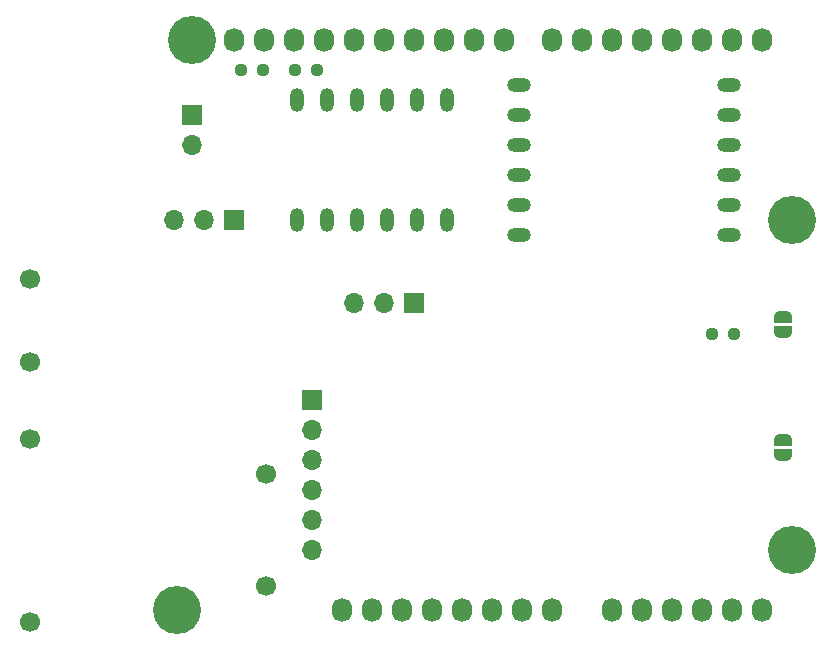
<source format=gts>
G04 #@! TF.GenerationSoftware,KiCad,Pcbnew,6.0.2-378541a8eb~116~ubuntu20.04.1*
G04 #@! TF.CreationDate,2022-02-14T16:30:42-08:00*
G04 #@! TF.ProjectId,Air_Bearing_PCB,4169725f-4265-4617-9269-6e675f504342,rev?*
G04 #@! TF.SameCoordinates,Original*
G04 #@! TF.FileFunction,Soldermask,Top*
G04 #@! TF.FilePolarity,Negative*
%FSLAX46Y46*%
G04 Gerber Fmt 4.6, Leading zero omitted, Abs format (unit mm)*
G04 Created by KiCad (PCBNEW 6.0.2-378541a8eb~116~ubuntu20.04.1) date 2022-02-14 16:30:42*
%MOMM*%
%LPD*%
G01*
G04 APERTURE LIST*
G04 Aperture macros list*
%AMRoundRect*
0 Rectangle with rounded corners*
0 $1 Rounding radius*
0 $2 $3 $4 $5 $6 $7 $8 $9 X,Y pos of 4 corners*
0 Add a 4 corners polygon primitive as box body*
4,1,4,$2,$3,$4,$5,$6,$7,$8,$9,$2,$3,0*
0 Add four circle primitives for the rounded corners*
1,1,$1+$1,$2,$3*
1,1,$1+$1,$4,$5*
1,1,$1+$1,$6,$7*
1,1,$1+$1,$8,$9*
0 Add four rect primitives between the rounded corners*
20,1,$1+$1,$2,$3,$4,$5,0*
20,1,$1+$1,$4,$5,$6,$7,0*
20,1,$1+$1,$6,$7,$8,$9,0*
20,1,$1+$1,$8,$9,$2,$3,0*%
%AMFreePoly0*
4,1,22,0.500000,-0.750000,0.000000,-0.750000,0.000000,-0.745033,-0.079941,-0.743568,-0.215256,-0.701293,-0.333266,-0.622738,-0.424486,-0.514219,-0.481581,-0.384460,-0.499164,-0.250000,-0.500000,-0.250000,-0.500000,0.250000,-0.499164,0.250000,-0.499963,0.256109,-0.478152,0.396186,-0.417904,0.524511,-0.324060,0.630769,-0.204165,0.706417,-0.067858,0.745374,0.000000,0.744959,0.000000,0.750000,
0.500000,0.750000,0.500000,-0.750000,0.500000,-0.750000,$1*%
%AMFreePoly1*
4,1,20,0.000000,0.744959,0.073905,0.744508,0.209726,0.703889,0.328688,0.626782,0.421226,0.519385,0.479903,0.390333,0.500000,0.250000,0.500000,-0.250000,0.499851,-0.262216,0.476331,-0.402017,0.414519,-0.529596,0.319384,-0.634700,0.198574,-0.708877,0.061801,-0.746166,0.000000,-0.745033,0.000000,-0.750000,-0.500000,-0.750000,-0.500000,0.750000,0.000000,0.750000,0.000000,0.744959,
0.000000,0.744959,$1*%
G04 Aperture macros list end*
%ADD10O,1.727200X2.032000*%
%ADD11C,4.064000*%
%ADD12RoundRect,0.237500X-0.250000X-0.237500X0.250000X-0.237500X0.250000X0.237500X-0.250000X0.237500X0*%
%ADD13R,1.700000X1.700000*%
%ADD14O,1.700000X1.700000*%
%ADD15FreePoly0,270.000000*%
%ADD16FreePoly1,270.000000*%
%ADD17O,1.200000X2.000000*%
%ADD18C,1.700000*%
%ADD19O,2.000000X1.200000*%
%ADD20RoundRect,0.237500X0.250000X0.237500X-0.250000X0.237500X-0.250000X-0.237500X0.250000X-0.237500X0*%
G04 APERTURE END LIST*
D10*
G04 #@! TO.C,P1*
X138938000Y-123825000D03*
X141478000Y-123825000D03*
X144018000Y-123825000D03*
X146558000Y-123825000D03*
X149098000Y-123825000D03*
X151638000Y-123825000D03*
X154178000Y-123825000D03*
X156718000Y-123825000D03*
G04 #@! TD*
G04 #@! TO.C,P2*
X161798000Y-123825000D03*
X164338000Y-123825000D03*
X166878000Y-123825000D03*
X169418000Y-123825000D03*
X171958000Y-123825000D03*
X174498000Y-123825000D03*
G04 #@! TD*
G04 #@! TO.C,P3*
X129794000Y-75565000D03*
X132334000Y-75565000D03*
X134874000Y-75565000D03*
X137414000Y-75565000D03*
X139954000Y-75565000D03*
X142494000Y-75565000D03*
X145034000Y-75565000D03*
X147574000Y-75565000D03*
X150114000Y-75565000D03*
X152654000Y-75565000D03*
G04 #@! TD*
G04 #@! TO.C,P4*
X156718000Y-75565000D03*
X159258000Y-75565000D03*
X161798000Y-75565000D03*
X164338000Y-75565000D03*
X166878000Y-75565000D03*
X169418000Y-75565000D03*
X171958000Y-75565000D03*
X174498000Y-75565000D03*
G04 #@! TD*
D11*
G04 #@! TO.C,P5*
X124968000Y-123825000D03*
G04 #@! TD*
G04 #@! TO.C,P6*
X177038000Y-118745000D03*
G04 #@! TD*
G04 #@! TO.C,P7*
X126238000Y-75565000D03*
G04 #@! TD*
G04 #@! TO.C,P8*
X177038000Y-90805000D03*
G04 #@! TD*
D12*
G04 #@! TO.C,R2*
X130405500Y-78105000D03*
X132230500Y-78105000D03*
G04 #@! TD*
D13*
G04 #@! TO.C,J3*
X136398000Y-106045000D03*
D14*
X136398000Y-108585000D03*
X136398000Y-111125000D03*
X136398000Y-113665000D03*
X136398000Y-116205000D03*
X136398000Y-118745000D03*
G04 #@! TD*
D13*
G04 #@! TO.C,J2*
X126238000Y-81915000D03*
D14*
X126238000Y-84455000D03*
G04 #@! TD*
D15*
G04 #@! TO.C,JP1*
X176276000Y-99045000D03*
D16*
X176276000Y-100345000D03*
G04 #@! TD*
D17*
G04 #@! TO.C,U2*
X135128000Y-90805000D03*
X137668000Y-90805000D03*
X140208000Y-90805000D03*
X142748000Y-90805000D03*
X145288000Y-90805000D03*
X147828000Y-90805000D03*
X147828000Y-80645000D03*
X145288000Y-80645000D03*
X142748000Y-80645000D03*
X140208000Y-80645000D03*
X137668000Y-80645000D03*
X135128000Y-80645000D03*
G04 #@! TD*
D13*
G04 #@! TO.C,SW1*
X129794000Y-90805000D03*
D14*
X127254000Y-90805000D03*
X124714000Y-90805000D03*
G04 #@! TD*
D15*
G04 #@! TO.C,JP2*
X176276000Y-109459000D03*
D16*
X176276000Y-110759000D03*
G04 #@! TD*
D13*
G04 #@! TO.C,J1*
X145034000Y-97892000D03*
D14*
X142494000Y-97892000D03*
X139954000Y-97892000D03*
G04 #@! TD*
D18*
G04 #@! TO.C,U1*
X112498000Y-109365000D03*
X112498000Y-124865000D03*
X112498000Y-102865000D03*
X132498000Y-121865000D03*
X132498000Y-112365000D03*
X112498000Y-95865000D03*
G04 #@! TD*
D12*
G04 #@! TO.C,R3*
X170283500Y-100457000D03*
X172108500Y-100457000D03*
G04 #@! TD*
D19*
G04 #@! TO.C,U3*
X153924000Y-79375000D03*
X153924000Y-81915000D03*
X153924000Y-84455000D03*
X153924000Y-86995000D03*
X153924000Y-89535000D03*
X153924000Y-92075000D03*
X171704000Y-92075000D03*
X171704000Y-89535000D03*
X171704000Y-86995000D03*
X171704000Y-84455000D03*
X171704000Y-81915000D03*
X171704000Y-79375000D03*
G04 #@! TD*
D20*
G04 #@! TO.C,R1*
X136802500Y-78105000D03*
X134977500Y-78105000D03*
G04 #@! TD*
M02*

</source>
